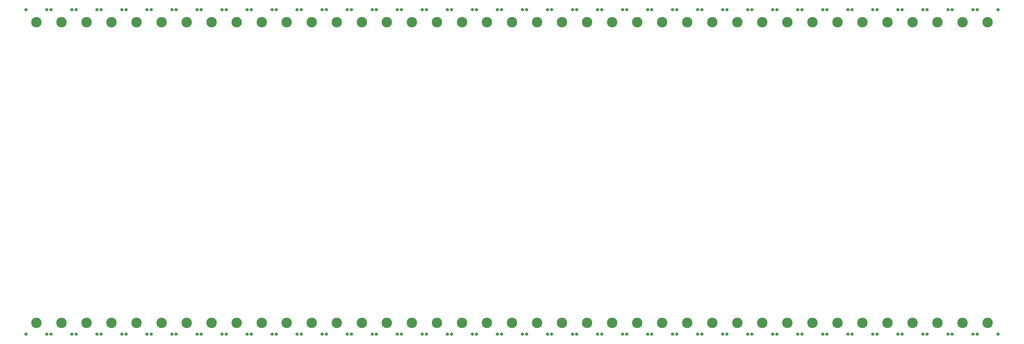
<source format=gbl>
G04*
G04 #@! TF.GenerationSoftware,Altium Limited,Altium Designer,18.1.7 (191)*
G04*
G04 Layer_Physical_Order=2*
G04 Layer_Color=16711680*
%FSLAX44Y44*%
%MOMM*%
G71*
G01*
G75*
%ADD13C,1.5240*%
%ADD14C,5.0000*%
D13*
X20000Y50000D02*
D03*
X120000D02*
D03*
Y1610000D02*
D03*
X20000D02*
D03*
X140000Y50000D02*
D03*
X240000D02*
D03*
Y1610000D02*
D03*
X140000D02*
D03*
X260000Y50000D02*
D03*
X360000D02*
D03*
Y1610000D02*
D03*
X260000D02*
D03*
X380000Y50000D02*
D03*
X480000D02*
D03*
Y1610000D02*
D03*
X380000D02*
D03*
X500000Y50000D02*
D03*
X600000D02*
D03*
Y1610000D02*
D03*
X500000D02*
D03*
X620000Y50000D02*
D03*
X720000D02*
D03*
Y1610000D02*
D03*
X620000D02*
D03*
X740000Y50000D02*
D03*
X840000D02*
D03*
Y1610000D02*
D03*
X740000D02*
D03*
X860000Y50000D02*
D03*
X960000D02*
D03*
Y1610000D02*
D03*
X860000D02*
D03*
X980000Y50000D02*
D03*
X1080000D02*
D03*
Y1610000D02*
D03*
X980000D02*
D03*
X1100000Y50000D02*
D03*
X1200000D02*
D03*
Y1610000D02*
D03*
X1100000D02*
D03*
X1220000Y50000D02*
D03*
X1320000D02*
D03*
Y1610000D02*
D03*
X1220000D02*
D03*
X1340000Y50000D02*
D03*
X1440000D02*
D03*
Y1610000D02*
D03*
X1340000D02*
D03*
X1460000Y50000D02*
D03*
X1560000D02*
D03*
Y1610000D02*
D03*
X1460000D02*
D03*
X1580000Y50000D02*
D03*
X1680000D02*
D03*
Y1610000D02*
D03*
X1580000D02*
D03*
X1700000Y50000D02*
D03*
X1800000D02*
D03*
Y1610000D02*
D03*
X1700000D02*
D03*
X1820000Y50000D02*
D03*
X1920000D02*
D03*
Y1610000D02*
D03*
X1820000D02*
D03*
X1940000Y50000D02*
D03*
X2040000D02*
D03*
Y1610000D02*
D03*
X1940000D02*
D03*
X2060000Y50000D02*
D03*
X2160000D02*
D03*
Y1610000D02*
D03*
X2060000D02*
D03*
X2180000Y50000D02*
D03*
X2280000D02*
D03*
Y1610000D02*
D03*
X2180000D02*
D03*
X2300000Y50000D02*
D03*
X2400000D02*
D03*
Y1610000D02*
D03*
X2300000D02*
D03*
X2420000Y50000D02*
D03*
X2520000D02*
D03*
Y1610000D02*
D03*
X2420000D02*
D03*
X2540000Y50000D02*
D03*
X2640000D02*
D03*
Y1610000D02*
D03*
X2540000D02*
D03*
X2660000Y50000D02*
D03*
X2760000D02*
D03*
Y1610000D02*
D03*
X2660000D02*
D03*
X2780000Y50000D02*
D03*
X2880000D02*
D03*
Y1610000D02*
D03*
X2780000D02*
D03*
X2900000Y50000D02*
D03*
X3000000D02*
D03*
Y1610000D02*
D03*
X2900000D02*
D03*
X3020000Y50000D02*
D03*
X3120000D02*
D03*
Y1610000D02*
D03*
X3020000D02*
D03*
X3140000Y50000D02*
D03*
X3240000D02*
D03*
Y1610000D02*
D03*
X3140000D02*
D03*
X3260000Y50000D02*
D03*
X3360000D02*
D03*
Y1610000D02*
D03*
X3260000D02*
D03*
X3380000Y50000D02*
D03*
X3480000D02*
D03*
Y1610000D02*
D03*
X3380000D02*
D03*
X3500000Y50000D02*
D03*
X3600000D02*
D03*
Y1610000D02*
D03*
X3500000D02*
D03*
X3620000Y50000D02*
D03*
X3720000D02*
D03*
Y1610000D02*
D03*
X3620000D02*
D03*
X3740000Y50000D02*
D03*
X3840000D02*
D03*
Y1610000D02*
D03*
X3740000D02*
D03*
X3860000Y50000D02*
D03*
X3960000D02*
D03*
Y1610000D02*
D03*
X3860000D02*
D03*
X3980000Y50000D02*
D03*
X4080000D02*
D03*
Y1610000D02*
D03*
X3980000D02*
D03*
X4100000Y50000D02*
D03*
X4200000D02*
D03*
Y1610000D02*
D03*
X4100000D02*
D03*
X4220000Y50000D02*
D03*
X4320000D02*
D03*
Y1610000D02*
D03*
X4220000D02*
D03*
X4340000Y50000D02*
D03*
X4440000D02*
D03*
Y1610000D02*
D03*
X4340000D02*
D03*
X4460000Y50000D02*
D03*
X4560000D02*
D03*
Y1610000D02*
D03*
X4460000D02*
D03*
X4580000Y50000D02*
D03*
X4680000D02*
D03*
Y1610000D02*
D03*
X4580000D02*
D03*
D14*
X70000Y105000D02*
D03*
X70000Y1550000D02*
D03*
X190000Y105000D02*
D03*
X190000Y1550000D02*
D03*
X310000Y105000D02*
D03*
X310000Y1550000D02*
D03*
X430000Y105000D02*
D03*
X430000Y1550000D02*
D03*
X550000Y105000D02*
D03*
X550000Y1550000D02*
D03*
X670000Y105000D02*
D03*
X670000Y1550000D02*
D03*
X790000Y105000D02*
D03*
X790000Y1550000D02*
D03*
X910000Y105000D02*
D03*
X910000Y1550000D02*
D03*
X1030000Y105000D02*
D03*
X1030000Y1550000D02*
D03*
X1150000Y105000D02*
D03*
X1150000Y1550000D02*
D03*
X1270000Y105000D02*
D03*
X1270000Y1550000D02*
D03*
X1390000Y105000D02*
D03*
X1390000Y1550000D02*
D03*
X1510000Y105000D02*
D03*
X1510000Y1550000D02*
D03*
X1630000Y105000D02*
D03*
X1630000Y1550000D02*
D03*
X1750000Y105000D02*
D03*
X1750000Y1550000D02*
D03*
X1870000Y105000D02*
D03*
X1870000Y1550000D02*
D03*
X1990000Y105000D02*
D03*
X1990000Y1550000D02*
D03*
X2110000Y105000D02*
D03*
X2110000Y1550000D02*
D03*
X2230000Y105000D02*
D03*
X2230000Y1550000D02*
D03*
X2350000Y105000D02*
D03*
X2350000Y1550000D02*
D03*
X2470000Y105000D02*
D03*
X2470000Y1550000D02*
D03*
X2590000Y105000D02*
D03*
X2590000Y1550000D02*
D03*
X2710000Y105000D02*
D03*
X2710000Y1550000D02*
D03*
X2830000Y105000D02*
D03*
X2830000Y1550000D02*
D03*
X2950000Y105000D02*
D03*
X2950000Y1550000D02*
D03*
X3070000Y105000D02*
D03*
X3070000Y1550000D02*
D03*
X3190000Y105000D02*
D03*
X3190000Y1550000D02*
D03*
X3310000Y105000D02*
D03*
X3310000Y1550000D02*
D03*
X3430000Y105000D02*
D03*
X3430000Y1550000D02*
D03*
X3550000Y105000D02*
D03*
X3550000Y1550000D02*
D03*
X3670000Y105000D02*
D03*
X3670000Y1550000D02*
D03*
X3790000Y105000D02*
D03*
X3790000Y1550000D02*
D03*
X3910000Y105000D02*
D03*
X3910000Y1550000D02*
D03*
X4030000Y105000D02*
D03*
X4030000Y1550000D02*
D03*
X4150000Y105000D02*
D03*
X4150000Y1550000D02*
D03*
X4270000Y105000D02*
D03*
X4270000Y1550000D02*
D03*
X4390000Y105000D02*
D03*
X4390000Y1550000D02*
D03*
X4510000Y105000D02*
D03*
X4510000Y1550000D02*
D03*
X4630000Y105000D02*
D03*
X4630000Y1550000D02*
D03*
M02*

</source>
